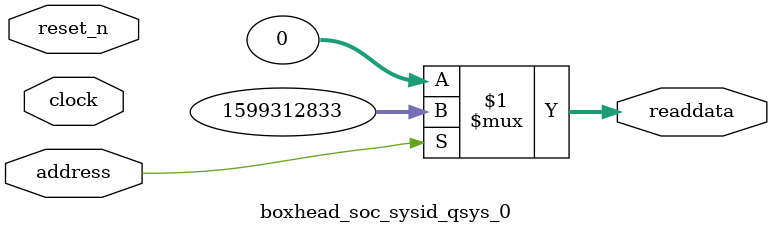
<source format=v>



// synthesis translate_off
`timescale 1ns / 1ps
// synthesis translate_on

// turn off superfluous verilog processor warnings 
// altera message_level Level1 
// altera message_off 10034 10035 10036 10037 10230 10240 10030 

module boxhead_soc_sysid_qsys_0 (
               // inputs:
                address,
                clock,
                reset_n,

               // outputs:
                readdata
             )
;

  output  [ 31: 0] readdata;
  input            address;
  input            clock;
  input            reset_n;

  wire    [ 31: 0] readdata;
  //control_slave, which is an e_avalon_slave
  assign readdata = address ? 1599312833 : 0;

endmodule



</source>
